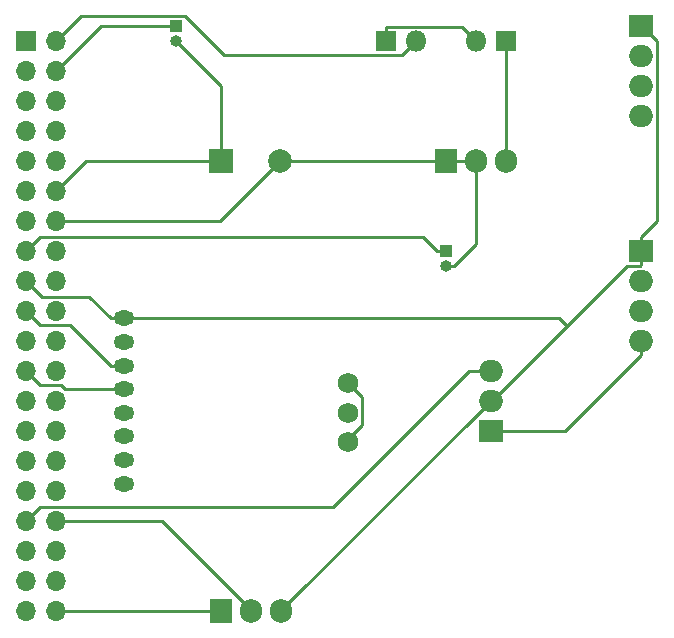
<source format=gtl>
G04 #@! TF.GenerationSoftware,KiCad,Pcbnew,(5.0.0-rc2-dev-482-gf81c77cd4)*
G04 #@! TF.CreationDate,2018-04-20T23:01:05+02:00*
G04 #@! TF.ProjectId,ha_plattform,68615F706C617474666F726D2E6B6963,rev?*
G04 #@! TF.SameCoordinates,Original*
G04 #@! TF.FileFunction,Copper,L1,Top*
G04 #@! TF.FilePolarity,Positive*
%FSLAX46Y46*%
G04 Gerber Fmt 4.6, Leading zero omitted, Abs format (unit mm)*
G04 Created by KiCad (PCBNEW (5.0.0-rc2-dev-482-gf81c77cd4)) date Fri Apr 20 23:01:05 2018*
%MOMM*%
%LPD*%
G01*
G04 APERTURE LIST*
%ADD10R,1.700000X1.700000*%
%ADD11O,1.700000X1.700000*%
%ADD12R,2.000000X1.905000*%
%ADD13O,2.000000X1.905000*%
%ADD14R,2.000000X2.000000*%
%ADD15C,2.000000*%
%ADD16O,1.750000X1.300000*%
%ADD17C,1.750000*%
%ADD18R,1.800000X1.800000*%
%ADD19O,1.800000X1.800000*%
%ADD20O,1.905000X2.000000*%
%ADD21R,1.905000X2.000000*%
%ADD22O,1.000000X1.000000*%
%ADD23R,1.000000X1.000000*%
%ADD24C,0.250000*%
G04 APERTURE END LIST*
D10*
X21844000Y-23622000D03*
D11*
X24384000Y-23622000D03*
X21844000Y-26162000D03*
X24384000Y-26162000D03*
X21844000Y-28702000D03*
X24384000Y-28702000D03*
X21844000Y-31242000D03*
X24384000Y-31242000D03*
X21844000Y-33782000D03*
X24384000Y-33782000D03*
X21844000Y-36322000D03*
X24384000Y-36322000D03*
X21844000Y-38862000D03*
X24384000Y-38862000D03*
X21844000Y-41402000D03*
X24384000Y-41402000D03*
X21844000Y-43942000D03*
X24384000Y-43942000D03*
X21844000Y-46482000D03*
X24384000Y-46482000D03*
X21844000Y-49022000D03*
X24384000Y-49022000D03*
X21844000Y-51562000D03*
X24384000Y-51562000D03*
X21844000Y-54102000D03*
X24384000Y-54102000D03*
X21844000Y-56642000D03*
X24384000Y-56642000D03*
X21844000Y-59182000D03*
X24384000Y-59182000D03*
X21844000Y-61722000D03*
X24384000Y-61722000D03*
X21844000Y-64262000D03*
X24384000Y-64262000D03*
X21844000Y-66802000D03*
X24384000Y-66802000D03*
X21844000Y-69342000D03*
X24384000Y-69342000D03*
X21844000Y-71882000D03*
X24384000Y-71882000D03*
D12*
X73914000Y-41402000D03*
D13*
X73914000Y-43942000D03*
X73914000Y-46482000D03*
X73914000Y-49022000D03*
D12*
X61214000Y-56642000D03*
D13*
X61214000Y-54102000D03*
X61214000Y-51562000D03*
D14*
X38354000Y-33782000D03*
D15*
X43354000Y-33782000D03*
D16*
X30124000Y-47102000D03*
X30124000Y-49102000D03*
X30124000Y-51102000D03*
X30124000Y-53102000D03*
X30124000Y-55102000D03*
X30124000Y-57102000D03*
X30124000Y-59102000D03*
X30124000Y-61102000D03*
D17*
X49124000Y-57602000D03*
X49124000Y-55102000D03*
X49124000Y-52602000D03*
D18*
X52324000Y-23622000D03*
D19*
X54864000Y-23622000D03*
X59944000Y-23622000D03*
D18*
X62484000Y-23622000D03*
D20*
X43434000Y-71882000D03*
X40894000Y-71882000D03*
D21*
X38354000Y-71882000D03*
D22*
X34544000Y-23622000D03*
D23*
X34544000Y-22352000D03*
D21*
X57404000Y-33782000D03*
D20*
X59944000Y-33782000D03*
X62484000Y-33782000D03*
D23*
X57404000Y-41402000D03*
D22*
X57404000Y-42672000D03*
D13*
X73914000Y-29972000D03*
X73914000Y-27432000D03*
X73914000Y-24892000D03*
D12*
X73914000Y-22352000D03*
D24*
X22693999Y-40552001D02*
X21844000Y-41402000D01*
X23019001Y-40226999D02*
X22693999Y-40552001D01*
X55478999Y-40226999D02*
X23019001Y-40226999D01*
X56654000Y-41402000D02*
X55478999Y-40226999D01*
X57404000Y-41402000D02*
X56654000Y-41402000D01*
X28194000Y-22352000D02*
X24384000Y-26162000D01*
X34544000Y-22352000D02*
X28194000Y-22352000D01*
X38354000Y-27432000D02*
X34544000Y-23622000D01*
X38354000Y-33782000D02*
X38354000Y-27432000D01*
X26924000Y-33782000D02*
X24384000Y-36322000D01*
X38354000Y-33782000D02*
X26924000Y-33782000D01*
X43354000Y-33782000D02*
X57404000Y-33782000D01*
X58111106Y-42672000D02*
X57404000Y-42672000D01*
X59944000Y-40839106D02*
X58111106Y-42672000D01*
X59944000Y-33782000D02*
X59944000Y-40839106D01*
X57404000Y-33782000D02*
X59944000Y-33782000D01*
X38274000Y-38862000D02*
X24384000Y-38862000D01*
X43354000Y-33782000D02*
X38274000Y-38862000D01*
X49124000Y-57302000D02*
X49124000Y-57602000D01*
X50324001Y-56101999D02*
X49124000Y-57302000D01*
X50324001Y-53802001D02*
X50324001Y-56101999D01*
X49124000Y-52602000D02*
X50324001Y-53802001D01*
X22693999Y-52411999D02*
X21844000Y-51562000D01*
X23019001Y-52737001D02*
X22693999Y-52411999D01*
X24758003Y-52737001D02*
X23019001Y-52737001D01*
X25123002Y-53102000D02*
X24758003Y-52737001D01*
X30124000Y-53102000D02*
X25123002Y-53102000D01*
X25554001Y-47657001D02*
X23019001Y-47657001D01*
X22693999Y-47331999D02*
X21844000Y-46482000D01*
X23019001Y-47657001D02*
X22693999Y-47331999D01*
X28999000Y-51102000D02*
X25554001Y-47657001D01*
X30124000Y-51102000D02*
X28999000Y-51102000D01*
X52324000Y-22472000D02*
X52324000Y-23622000D01*
X52399001Y-22396999D02*
X52324000Y-22472000D01*
X58718999Y-22396999D02*
X52399001Y-22396999D01*
X59944000Y-23622000D02*
X58718999Y-22396999D01*
X26479001Y-21526999D02*
X25233999Y-22772001D01*
X35304001Y-21526999D02*
X26479001Y-21526999D01*
X25233999Y-22772001D02*
X24384000Y-23622000D01*
X38624003Y-24847001D02*
X35304001Y-21526999D01*
X53638999Y-24847001D02*
X38624003Y-24847001D01*
X54864000Y-23622000D02*
X53638999Y-24847001D01*
X62484000Y-23622000D02*
X62484000Y-33782000D01*
X40894000Y-71882000D02*
X40894000Y-71929500D01*
X25586081Y-64262000D02*
X24384000Y-64262000D01*
X33321500Y-64262000D02*
X25586081Y-64262000D01*
X40894000Y-71834500D02*
X33321500Y-64262000D01*
X40894000Y-71882000D02*
X40894000Y-71834500D01*
X38354000Y-71882000D02*
X24384000Y-71882000D01*
X75239010Y-23629510D02*
X75239010Y-38874490D01*
X73914000Y-40199500D02*
X73914000Y-41402000D01*
X73961500Y-22352000D02*
X75239010Y-23629510D01*
X75239010Y-38874490D02*
X73914000Y-40199500D01*
X73914000Y-22352000D02*
X73961500Y-22352000D01*
X61261500Y-54102000D02*
X61214000Y-54102000D01*
X73914000Y-41402000D02*
X73961500Y-41402000D01*
X43434000Y-71834500D02*
X43434000Y-71882000D01*
X61166500Y-54102000D02*
X43434000Y-71834500D01*
X61214000Y-54102000D02*
X61166500Y-54102000D01*
X22693999Y-44791999D02*
X21844000Y-43942000D01*
X23208999Y-45306999D02*
X22693999Y-44791999D01*
X28999000Y-47102000D02*
X27203999Y-45306999D01*
X27203999Y-45306999D02*
X23208999Y-45306999D01*
X30124000Y-47102000D02*
X28999000Y-47102000D01*
X73914000Y-42604500D02*
X73914000Y-41402000D01*
X73854010Y-42664490D02*
X73914000Y-42604500D01*
X72699010Y-42664490D02*
X73854010Y-42664490D01*
X66961500Y-47102000D02*
X67611500Y-47752000D01*
X30124000Y-47102000D02*
X66961500Y-47102000D01*
X72699010Y-42664490D02*
X67611500Y-47752000D01*
X67611500Y-47752000D02*
X61261500Y-54102000D01*
X73914000Y-50224500D02*
X73914000Y-49022000D01*
X67496500Y-56642000D02*
X73914000Y-50224500D01*
X61214000Y-56642000D02*
X67496500Y-56642000D01*
X22693999Y-63412001D02*
X21844000Y-64262000D01*
X23019001Y-63086999D02*
X22693999Y-63412001D01*
X47834830Y-63086999D02*
X23019001Y-63086999D01*
X59359829Y-51562000D02*
X47834830Y-63086999D01*
X61214000Y-51562000D02*
X59359829Y-51562000D01*
M02*

</source>
